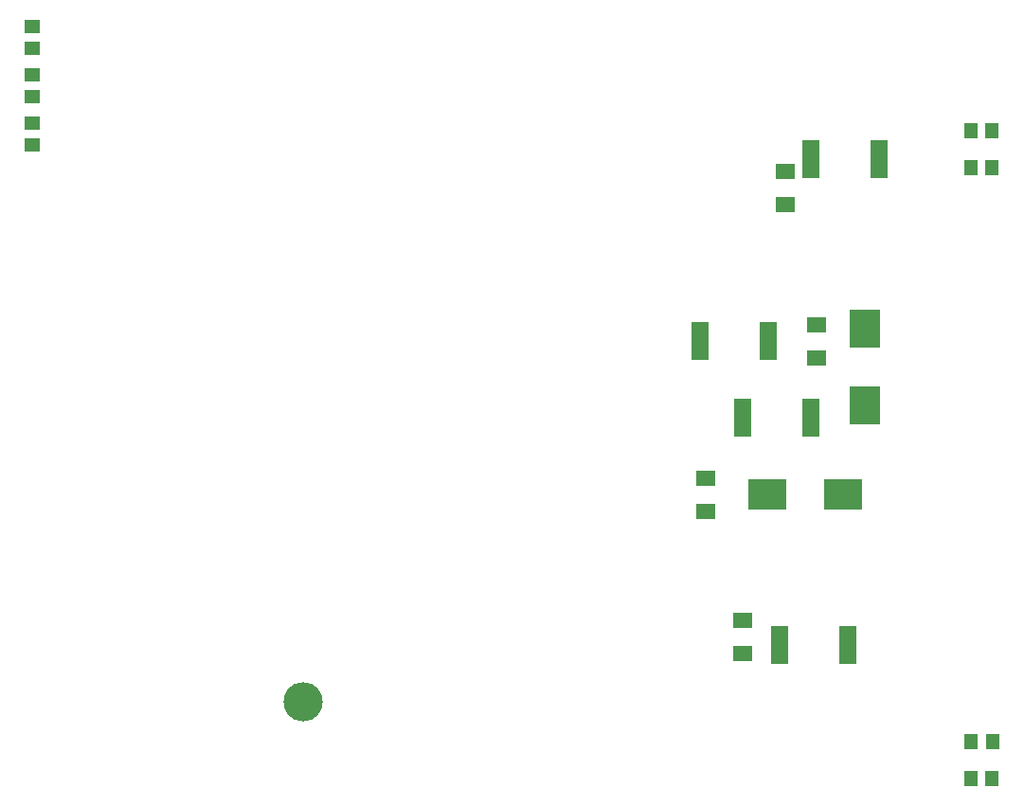
<source format=gbr>
G04 #@! TF.GenerationSoftware,KiCad,Pcbnew,(5.0.0-rc2-39-ga12b9db58)*
G04 #@! TF.CreationDate,2018-05-30T01:03:46-03:00*
G04 #@! TF.ProjectId,Mcc18,4D636331382E6B696361645F70636200,rev?*
G04 #@! TF.SameCoordinates,PX2fb84f0PY2607d70*
G04 #@! TF.FileFunction,Paste,Top*
G04 #@! TF.FilePolarity,Positive*
%FSLAX46Y46*%
G04 Gerber Fmt 4.6, Leading zero omitted, Abs format (unit mm)*
G04 Created by KiCad (PCBNEW (5.0.0-rc2-39-ga12b9db58)) date Wed May 30 01:03:46 2018*
%MOMM*%
%LPD*%
G01*
G04 APERTURE LIST*
%ADD10R,1.295000X1.400000*%
%ADD11R,1.800000X1.395000*%
%ADD12O,3.500000X3.500000*%
%ADD13R,3.500000X2.700000*%
%ADD14R,2.700000X3.500000*%
%ADD15R,1.400000X1.295000*%
%ADD16R,1.495000X3.400000*%
G04 APERTURE END LIST*
D10*
G04 #@! TO.C,R101*
X136446500Y-25654000D03*
X138381500Y-25654000D03*
G04 #@! TD*
D11*
G04 #@! TO.C,Cs4*
X116078000Y-69348500D03*
X116078000Y-72383500D03*
G04 #@! TD*
G04 #@! TO.C,Cs3*
X112776000Y-56648500D03*
X112776000Y-59683500D03*
G04 #@! TD*
G04 #@! TO.C,Cs2*
X122682000Y-42932500D03*
X122682000Y-45967500D03*
G04 #@! TD*
G04 #@! TO.C,Cs1*
X119888000Y-29216500D03*
X119888000Y-32251500D03*
G04 #@! TD*
D12*
G04 #@! TO.C,U3*
X76812000Y-76708000D03*
G04 #@! TD*
D13*
G04 #@! TO.C,Ds2*
X125066000Y-58166000D03*
X118266000Y-58166000D03*
G04 #@! TD*
D14*
G04 #@! TO.C,Ds1*
X127000000Y-43336000D03*
X127000000Y-50136000D03*
G04 #@! TD*
D15*
G04 #@! TO.C,L2*
X52578000Y-20622500D03*
X52578000Y-22557500D03*
G04 #@! TD*
D16*
G04 #@! TO.C,Rs4*
X125445500Y-71628000D03*
X119410500Y-71628000D03*
G04 #@! TD*
G04 #@! TO.C,Rs3*
X118333500Y-44450000D03*
X112298500Y-44450000D03*
G04 #@! TD*
G04 #@! TO.C,Rs2*
X116108500Y-51308000D03*
X122143500Y-51308000D03*
G04 #@! TD*
G04 #@! TO.C,Rs1*
X128239500Y-28194000D03*
X122204500Y-28194000D03*
G04 #@! TD*
D15*
G04 #@! TO.C,C6*
X52578000Y-24940500D03*
X52578000Y-26875500D03*
G04 #@! TD*
G04 #@! TO.C,C7*
X52578000Y-16304500D03*
X52578000Y-18239500D03*
G04 #@! TD*
D10*
G04 #@! TO.C,R102*
X138381500Y-28956000D03*
X136446500Y-28956000D03*
G04 #@! TD*
G04 #@! TO.C,R103*
X136446500Y-83566000D03*
X138381500Y-83566000D03*
G04 #@! TD*
G04 #@! TO.C,R104*
X138430000Y-80264000D03*
X136495000Y-80264000D03*
G04 #@! TD*
M02*

</source>
